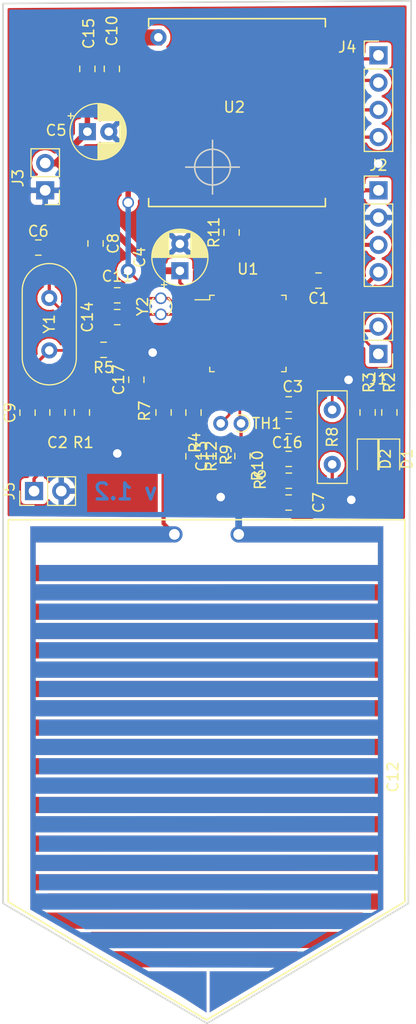
<source format=kicad_pcb>
(kicad_pcb (version 20171130) (host pcbnew 5.0.0-fee4fd1~66~ubuntu18.04.1)
  (layers (0 F.Cu signal) (31 B.Cu signal) (34 B.Paste user hide) (35 F.Paste user hide) (36 B.SilkS user) (37 F.SilkS user) (38 B.Mask user hide) (39 F.Mask user hide) (44 Edge.Cuts user))
  (net 0 "")
  (net 1 GND)
  (net 2 VCC)
  (net 3 /NRST)
  (net 4 /RCC_OSC_IN)
  (net 5 /ADC_RH)
  (net 6 "Net-(C9-Pad1)")
  (net 7 /RCC_OSC32_IN)
  (net 8 /ADC_TEMP)
  (net 9 /RCC_OSC32_OUT)
  (net 10 "Net-(D1-Pad1)")
  (net 11 "Net-(D2-Pad1)")
  (net 12 /UART_TX)
  (net 13 /UART_RX)
  (net 14 /SWDIO)
  (net 15 /SWCLK)
  (net 16 /userLED)
  (net 17 /SPI_MISO)
  (net 18 /RCC_OSC_OUT)
  (net 19 /PWR_MS)
  (net 20 /PWR_RH)
  (net 21 /PWR_TEMP)
  (net 22 /SPI_SCK)
  (net 23 /SPI_MOSI)
  (net 24 /SPI_CS)
  (net 25 /LoRa_Reset)
  (net 26 "Net-(U2-Pad1)")
  (net 27 "Net-(R11-Pad1)")
  (net 28 /COMP_P)
  (net 29 /COMP_M)
  (net 30 /PWR_MS_COMP)
  (net 31 /PWR_RH_COMP)
  (net 32 "Net-(U1-Pad13)")
  (net 33 "Net-(U1-Pad16)")
  (net 34 "Net-(U1-Pad18)")
  (net 35 "Net-(U1-Pad20)")
  (net 36 "Net-(U1-Pad26)")
  (net 37 "Net-(U1-Pad28)")
  (net 38 "Net-(U1-Pad32)")
  (net 39 "Net-(U1-Pad33)")
  (net 40 "Net-(U1-Pad38)")
  (net 41 "Net-(U1-Pad43)")
  (net 42 "Net-(U1-Pad45)")
  (net 43 "Net-(U1-Pad46)")
  (net 44 "Net-(U2-Pad5)")
  (net 45 "Net-(U2-Pad6)")
  (net 46 "Net-(U2-Pad7)")
  (net 47 "Net-(U2-Pad8)")
  (net 48 "Net-(U2-Pad10)")
  (net 49 "Net-(U2-Pad11)")
  (net 50 "Net-(U1-Pad22)")
  (net 51 "Net-(U1-Pad25)")
  (module Package_QFP:LQFP-48_7x7mm_P0.5mm (layer F.Cu) (at 126.492 58.166)
    (fp_text reference U1 (at 0 -6) (layer F.SilkS))
    (fp_text value STM32L051C8Tx)
    (pad 1 smd rect (at -4.35 -2.75) (size 1.3 0.25) (layers F.Cu F.Paste F.Mask) (net 2 VCC))
    (pad 2 smd rect (at -4.35 -2.25) (size 1.3 0.25) (layers F.Cu F.Paste F.Mask) (net 25 /LoRa_Reset))
    (pad 3 smd rect (at -4.35 -1.75) (size 1.3 0.25) (layers F.Cu F.Paste F.Mask) (net 7 /RCC_OSC32_IN))
    (pad 4 smd rect (at -4.35 -1.25) (size 1.3 0.25) (layers F.Cu F.Paste F.Mask) (net 9 /RCC_OSC32_OUT))
    (pad 5 smd rect (at -4.35 -0.75) (size 1.3 0.25) (layers F.Cu F.Paste F.Mask) (net 4 /RCC_OSC_IN))
    (pad 6 smd rect (at -4.35 -0.25) (size 1.3 0.25) (layers F.Cu F.Paste F.Mask) (net 18 /RCC_OSC_OUT))
    (pad 7 smd rect (at -4.35 0.25) (size 1.3 0.25) (layers F.Cu F.Paste F.Mask) (net 3 /NRST))
    (pad 8 smd rect (at -4.35 0.75) (size 1.3 0.25) (layers F.Cu F.Paste F.Mask) (net 1 GND))
    (pad 9 smd rect (at -4.35 1.25) (size 1.3 0.25) (layers F.Cu F.Paste F.Mask) (net 2 VCC))
    (pad 10 smd rect (at -4.35 1.75) (size 1.3 0.25) (layers F.Cu F.Paste F.Mask) (net 19 /PWR_MS))
    (pad 11 smd rect (at -4.35 2.25) (size 1.3 0.25) (layers F.Cu F.Paste F.Mask) (net 28 /COMP_P))
    (pad 12 smd rect (at -4.35 2.75) (size 1.3 0.25) (layers F.Cu F.Paste F.Mask) (net 30 /PWR_MS_COMP))
    (pad 13 smd rect (at -2.75 4.35 90) (size 1.3 0.25) (layers F.Cu F.Paste F.Mask) (net 32 "Net-(U1-Pad13)"))
    (pad 14 smd rect (at -2.25 4.35 90) (size 1.3 0.25) (layers F.Cu F.Paste F.Mask) (net 29 /COMP_M))
    (pad 15 smd rect (at -1.75 4.35 90) (size 1.3 0.25) (layers F.Cu F.Paste F.Mask) (net 21 /PWR_TEMP))
    (pad 16 smd rect (at -1.25 4.35 90) (size 1.3 0.25) (layers F.Cu F.Paste F.Mask) (net 33 "Net-(U1-Pad16)"))
    (pad 17 smd rect (at -0.75 4.35 90) (size 1.3 0.25) (layers F.Cu F.Paste F.Mask) (net 8 /ADC_TEMP))
    (pad 18 smd rect (at -0.25 4.35 90) (size 1.3 0.25) (layers F.Cu F.Paste F.Mask) (net 34 "Net-(U1-Pad18)"))
    (pad 19 smd rect (at 0.25 4.35 90) (size 1.3 0.25) (layers F.Cu F.Paste F.Mask) (net 5 /ADC_RH))
    (pad 20 smd rect (at 0.75 4.35 90) (size 1.3 0.25) (layers F.Cu F.Paste F.Mask) (net 35 "Net-(U1-Pad20)"))
    (pad 21 smd rect (at 1.25 4.35 90) (size 1.3 0.25) (layers F.Cu F.Paste F.Mask) (net 31 /PWR_RH_COMP))
    (pad 22 smd rect (at 1.75 4.35 90) (size 1.3 0.25) (layers F.Cu F.Paste F.Mask) (net 50 "Net-(U1-Pad22)"))
    (pad 23 smd rect (at 2.25 4.35 90) (size 1.3 0.25) (layers F.Cu F.Paste F.Mask) (net 1 GND))
    (pad 24 smd rect (at 2.75 4.35 90) (size 1.3 0.25) (layers F.Cu F.Paste F.Mask) (net 2 VCC))
    (pad 25 smd rect (at 4.35 2.75) (size 1.3 0.25) (layers F.Cu F.Paste F.Mask) (net 51 "Net-(U1-Pad25)"))
    (pad 26 smd rect (at 4.35 2.25) (size 1.3 0.25) (layers F.Cu F.Paste F.Mask) (net 36 "Net-(U1-Pad26)"))
    (pad 27 smd rect (at 4.35 1.75) (size 1.3 0.25) (layers F.Cu F.Paste F.Mask) (net 20 /PWR_RH))
    (pad 28 smd rect (at 4.35 1.25) (size 1.3 0.25) (layers F.Cu F.Paste F.Mask) (net 37 "Net-(U1-Pad28)"))
    (pad 29 smd rect (at 4.35 0.75) (size 1.3 0.25) (layers F.Cu F.Paste F.Mask) (net 16 /userLED))
    (pad 30 smd rect (at 4.35 0.25) (size 1.3 0.25) (layers F.Cu F.Paste F.Mask) (net 12 /UART_TX))
    (pad 31 smd rect (at 4.35 -0.25) (size 1.3 0.25) (layers F.Cu F.Paste F.Mask) (net 13 /UART_RX))
    (pad 32 smd rect (at 4.35 -0.75) (size 1.3 0.25) (layers F.Cu F.Paste F.Mask) (net 38 "Net-(U1-Pad32)"))
    (pad 33 smd rect (at 4.35 -1.25) (size 1.3 0.25) (layers F.Cu F.Paste F.Mask) (net 39 "Net-(U1-Pad33)"))
    (pad 34 smd rect (at 4.35 -1.75) (size 1.3 0.25) (layers F.Cu F.Paste F.Mask) (net 14 /SWDIO))
    (pad 35 smd rect (at 4.35 -2.25) (size 1.3 0.25) (layers F.Cu F.Paste F.Mask) (net 1 GND))
    (pad 36 smd rect (at 4.35 -2.75) (size 1.3 0.25) (layers F.Cu F.Paste F.Mask) (net 2 VCC))
    (pad 37 smd rect (at 2.75 -4.35 90) (size 1.3 0.25) (layers F.Cu F.Paste F.Mask) (net 15 /SWCLK))
    (pad 38 smd rect (at 2.25 -4.35 90) (size 1.3 0.25) (layers F.Cu F.Paste F.Mask) (net 40 "Net-(U1-Pad38)"))
    (pad 39 smd rect (at 1.75 -4.35 90) (size 1.3 0.25) (layers F.Cu F.Paste F.Mask) (net 22 /SPI_SCK))
    (pad 40 smd rect (at 1.25 -4.35 90) (size 1.3 0.25) (layers F.Cu F.Paste F.Mask) (net 17 /SPI_MISO))
    (pad 41 smd rect (at 0.75 -4.35 90) (size 1.3 0.25) (layers F.Cu F.Paste F.Mask) (net 23 /SPI_MOSI))
    (pad 42 smd rect (at 0.25 -4.35 90) (size 1.3 0.25) (layers F.Cu F.Paste F.Mask) (net 24 /SPI_CS))
    (pad 43 smd rect (at -0.25 -4.35 90) (size 1.3 0.25) (layers F.Cu F.Paste F.Mask) (net 41 "Net-(U1-Pad43)"))
    (pad 44 smd rect (at -0.75 -4.35 90) (size 1.3 0.25) (layers F.Cu F.Paste F.Mask) (net 27 "Net-(R11-Pad1)"))
    (pad 45 smd rect (at -1.25 -4.35 90) (size 1.3 0.25) (layers F.Cu F.Paste F.Mask) (net 42 "Net-(U1-Pad45)"))
    (pad 46 smd rect (at -1.75 -4.35 90) (size 1.3 0.25) (layers F.Cu F.Paste F.Mask) (net 43 "Net-(U1-Pad46)"))
    (pad 47 smd rect (at -2.25 -4.35 90) (size 1.3 0.25) (layers F.Cu F.Paste F.Mask) (net 1 GND))
    (pad 48 smd rect (at -2.75 -4.35 90) (size 1.3 0.25) (layers F.Cu F.Paste F.Mask) (net 2 VCC))
  )
  (module "TCC:Moisture Sensor" (layer F.Cu) (at 121.031 100.711 90)
    (fp_text reference C12 (at 1.23 19 90) (layer F.SilkS))
    (fp_text value C_Variable)
    (fp_poly (pts (xy -16.87 8.32) (xy -20.69 1.9) (xy -16.87 1.9)) (layer B.Cu) (width 0.01))
    (fp_poly (pts (xy -19.3 -0.6) (xy -20.71 1.59) (xy -16.88 1.59) (xy -16.87 -4.76)) (layer B.Cu) (width 0.01))
    (fp_poly (pts (xy -16.53 8.45) (xy -15.03 11.04) (xy -15 -6.24) (xy -16.5 -3.63)) (layer B.Cu) (width 0.01))
    (fp_poly (pts (xy -12.93 14.75) (xy -11.43 17.34) (xy -11.45 -12.36) (xy -12.95 -9.75)) (layer B.Cu) (width 0.01))
    (fp_poly (pts (xy -14.72 10.33) (xy -13.22 12.87) (xy -13.23 -10.46) (xy -14.72 -7.99)) (layer B.Cu) (width 0.01))
    (fp_poly (pts (xy -10.61 -14.85) (xy -11.11 -14.85) (xy -11.12 -14.84) (xy -10.82 -14.34) (xy -10.61 -14.35)) (layer B.Cu) (width 0.01))
    (fp_poly (pts (xy -10.82 -14.35) (xy -11.12 -14.84) (xy -19.52 -0.2) (xy -19.12 0.1)) (layer B.Cu) (width 0.01))
    (fp_poly (pts (xy -11.11 17.59) (xy -11.11 18.09) (xy -19.51 3.89) (xy -19.01 3.59)) (layer B.Cu) (width 0.01))
    (fp_poly (pts (xy -9.33 17.6) (xy -7.83 17.6) (xy -7.83 -14.04) (xy -9.33 -14.04)) (layer B.Cu) (width 0.01))
    (fp_poly (pts (xy -5.73 17.6) (xy -4.23 17.6) (xy -4.23 -14.04) (xy -5.73 -14.04)) (layer B.Cu) (width 0.01))
    (fp_poly (pts (xy -2.13 17.6) (xy -0.63 17.6) (xy -0.63 -14.04) (xy -2.13 -14.04)) (layer B.Cu) (width 0.01))
    (fp_poly (pts (xy 1.48 17.6) (xy 2.98 17.6) (xy 2.98 -14.04) (xy 1.48 -14.04)) (layer B.Cu) (width 0.01))
    (fp_poly (pts (xy 5.08 17.6) (xy 6.58 17.6) (xy 6.58 -14.04) (xy 5.08 -14.04)) (layer B.Cu) (width 0.01))
    (fp_poly (pts (xy 8.68 17.6) (xy 10.18 17.6) (xy 10.18 -14.04) (xy 8.68 -14.04)) (layer B.Cu) (width 0.01))
    (fp_poly (pts (xy 12.28 17.6) (xy 13.78 17.6) (xy 13.78 -14.04) (xy 12.28 -14.04)) (layer B.Cu) (width 0.01))
    (fp_poly (pts (xy 15.88 17.6) (xy 17.38 17.6) (xy 17.38 -14.04) (xy 15.88 -14.04)) (layer B.Cu) (width 0.01))
    (fp_poly (pts (xy 19.48 17.6) (xy 20.98 17.6) (xy 20.98 -14.04) (xy 19.48 -14.04)) (layer B.Cu) (width 0.01))
    (fp_poly (pts (xy -11.11 16.96) (xy -9.61 16.96) (xy -9.62 -14.35) (xy -11.12 -14.35)) (layer B.Cu) (width 0.01))
    (fp_poly (pts (xy -7.51 17.3) (xy -6.01 17.3) (xy -6.02 -14.35) (xy -7.52 -14.35)) (layer B.Cu) (width 0.01))
    (fp_poly (pts (xy -3.91 17.29) (xy -2.41 17.29) (xy -2.42 -14.35) (xy -3.92 -14.35)) (layer B.Cu) (width 0.01))
    (fp_poly (pts (xy -0.32 17.3) (xy 1.18 17.3) (xy 1.18 -14.35) (xy -0.32 -14.35)) (layer B.Cu) (width 0.01))
    (fp_poly (pts (xy 3.28 17.3) (xy 4.78 17.3) (xy 4.78 -14.35) (xy 3.28 -14.35)) (layer B.Cu) (width 0.01))
    (fp_poly (pts (xy 6.88 17.3) (xy 8.38 17.3) (xy 8.38 -14.35) (xy 6.88 -14.35)) (layer B.Cu) (width 0.01))
    (fp_poly (pts (xy 10.48 17.3) (xy 11.98 17.3) (xy 11.98 -14.35) (xy 10.48 -14.35)) (layer B.Cu) (width 0.01))
    (fp_poly (pts (xy 14.08 17.3) (xy 15.58 17.3) (xy 15.58 -14.35) (xy 14.08 -14.35)) (layer B.Cu) (width 0.01))
    (fp_poly (pts (xy 17.69 17.3) (xy 19.19 17.3) (xy 19.18 -14.35) (xy 17.68 -14.35)) (layer B.Cu) (width 0.01))
    (fp_poly (pts (xy -10.61 -14.35) (xy 23.08 -14.35) (xy 23.08 -14.85) (xy -10.61 -14.85)) (layer B.Cu) (width 0.01))
    (fp_poly (pts (xy -11.13 18.1) (xy 23.08 18.1) (xy 23.08 17.6) (xy -11.13 17.6)) (layer B.Cu) (width 0.01))
    (fp_poly (pts (xy 23.08 18.1) (xy 24.58 18.1) (xy 24.58 4.55) (xy 23.08 4.55)) (layer B.Cu) (width 0.01))
    (fp_poly (pts (xy 23.08 -1.4) (xy 24.58 -1.4) (xy 24.58 -14.85) (xy 23.08 -14.85)) (layer F.Cu) (width 0.01))
    (fp_poly (pts (xy -19.3 -0.6) (xy -20.71 1.59) (xy -16.88 1.59) (xy -16.87 -4.76)) (layer F.Cu) (width 0.01))
    (fp_poly (pts (xy -16.87 8.32) (xy -20.69 1.9) (xy -16.87 1.9)) (layer F.Cu) (width 0.01))
    (fp_poly (pts (xy -16.5 7.4) (xy -15 10.1) (xy -15 -7.6) (xy -16.5 -5.1)) (layer F.Cu) (width 0.01))
    (fp_poly (pts (xy -12.9 13.5) (xy -11.4 16.2) (xy -11.4 -13.8) (xy -12.9 -11.3)) (layer F.Cu) (width 0.01))
    (fp_poly (pts (xy -10.82 -14.35) (xy -10.61 -14.35) (xy -10.61 -14.85) (xy -11.12 -14.85) (xy -11.13 -14.83)) (layer F.Cu) (width 0.01))
    (fp_poly (pts (xy -10.82 -14.35) (xy -11.12 -14.84) (xy -19.52 -0.2) (xy -19.12 0.1)) (layer F.Cu) (width 0.01))
    (fp_poly (pts (xy -11.1 17.6) (xy -11.1 18.1) (xy -19.5 3.9) (xy -19 3.6)) (layer F.Cu) (width 0.01))
    (fp_poly (pts (xy -14.7 11.7) (xy -13.2 14.2) (xy -13.2 -9.2) (xy -14.7 -6.61)) (layer F.Cu) (width 0.01))
    (fp_poly (pts (xy -9.32 17.3) (xy -7.82 17.3) (xy -7.82 -14.35) (xy -9.32 -14.35)) (layer F.Cu) (width 0.01))
    (fp_poly (pts (xy -11.12 17.69) (xy -9.62 17.69) (xy -9.61 -13.19) (xy -11.08 -13.19)) (layer F.Cu) (width 0.01))
    (fp_poly (pts (xy -7.52 17.69) (xy -6.02 17.69) (xy -6.02 -14.06) (xy -7.52 -14.06)) (layer F.Cu) (width 0.01))
    (fp_poly (pts (xy -3.92 17.69) (xy -2.42 17.69) (xy -2.42 -14.06) (xy -3.92 -14.06)) (layer F.Cu) (width 0.01))
    (fp_poly (pts (xy -0.32 17.69) (xy 1.18 17.69) (xy 1.18 -14.06) (xy -0.32 -14.06)) (layer F.Cu) (width 0.01))
    (fp_poly (pts (xy 3.28 17.69) (xy 4.78 17.69) (xy 4.78 -14.06) (xy 3.28 -14.06)) (layer F.Cu) (width 0.01))
    (fp_poly (pts (xy 23.08 -1.4) (xy 24.58 -1.4) (xy 24.58 -14.85) (xy 23.08 -14.85)) (layer B.Cu) (width 0.01))
    (fp_poly (pts (xy 23.08 18.1) (xy 24.58 18.1) (xy 24.58 4.55) (xy 23.08 4.55)) (layer F.Cu) (width 0.01))
    (fp_poly (pts (xy -10.61 -14.35) (xy 23.08 -14.35) (xy 23.08 -14.85) (xy -10.61 -14.85)) (layer F.Cu) (width 0.01))
    (fp_poly (pts (xy -11.13 18.1) (xy 23.08 18.1) (xy 23.08 17.6) (xy -11.13 17.6)) (layer F.Cu) (width 0.01))
    (fp_poly (pts (xy 17.68 17.7) (xy 19.18 17.7) (xy 19.18 -14.05) (xy 17.68 -14.05)) (layer F.Cu) (width 0.01))
    (fp_poly (pts (xy 19.48 17.3) (xy 20.98 17.3) (xy 20.98 -14.35) (xy 19.48 -14.35)) (layer F.Cu) (width 0.01))
    (fp_poly (pts (xy 14.08 17.7) (xy 15.58 17.7) (xy 15.58 -14.05) (xy 14.08 -14.05)) (layer F.Cu) (width 0.01))
    (fp_poly (pts (xy 10.48 17.7) (xy 11.98 17.7) (xy 11.98 -14.05) (xy 10.48 -14.05)) (layer F.Cu) (width 0.01))
    (fp_poly (pts (xy 6.88 17.7) (xy 8.38 17.7) (xy 8.38 -14.05) (xy 6.88 -14.05)) (layer F.Cu) (width 0.01))
    (fp_poly (pts (xy 15.88 17.3) (xy 17.38 17.3) (xy 17.38 -14.35) (xy 15.88 -14.35)) (layer F.Cu) (width 0.01))
    (fp_poly (pts (xy 12.28 17.3) (xy 13.78 17.3) (xy 13.78 -14.35) (xy 12.28 -14.35)) (layer F.Cu) (width 0.01))
    (fp_poly (pts (xy 8.68 17.3) (xy 10.18 17.3) (xy 10.18 -14.35) (xy 8.68 -14.35)) (layer F.Cu) (width 0.01))
    (fp_poly (pts (xy 5.08 17.3) (xy 6.58 17.3) (xy 6.58 -14.35) (xy 5.08 -14.35)) (layer F.Cu) (width 0.01))
    (fp_poly (pts (xy 1.48 17.3) (xy 2.98 17.3) (xy 2.98 -14.35) (xy 1.48 -14.35)) (layer F.Cu) (width 0.01))
    (fp_poly (pts (xy -2.12 17.3) (xy -0.62 17.3) (xy -0.62 -14.35) (xy -2.12 -14.35)) (layer F.Cu) (width 0.01))
    (fp_poly (pts (xy -5.72 17.3) (xy -4.22 17.3) (xy -4.22 -14.35) (xy -5.72 -14.35)) (layer F.Cu) (width 0.01))
    (pad 2 thru_hole circle (at 23.83 4.6 90) (size 1.524 1.524) (drill 1) (layers *.Cu *.Mask) (net 1 GND))
    (pad 1 thru_hole circle (at 23.83 -1.4 90) (size 1.524 1.524) (drill 1) (layers *.Cu *.Mask) (net 28 /COMP_P))
  )
  (module TCC:Ai-Thinker-Ra-01-LoRa (layer F.Cu) (at 125.476 37.592)
    (fp_text reference U2 (at -0.254 -0.508) (layer F.SilkS))
    (fp_text value Ai-Thinker-Ra-01)
    (pad 1 thru_hole circle (at -7.3406 -7.0104) (size 1.524 1.524) (drill 0.8) (layers *.Cu *.Mask) (net 26 "Net-(U2-Pad1)"))
    (pad 1 smd rect (at -8.001 -7) (size 2 1.5) (layers F.Cu F.Paste F.Mask) (net 26 "Net-(U2-Pad1)"))
    (pad 2 smd rect (at -8 -5) (size 2 1.5) (layers F.Cu F.Paste F.Mask) (net 1 GND))
    (pad 3 smd rect (at -8 -3) (size 2 1.5) (layers F.Cu F.Paste F.Mask) (net 2 VCC))
    (pad 4 smd rect (at -8 -1) (size 2 1.5) (layers F.Cu F.Paste F.Mask) (net 25 /LoRa_Reset))
    (pad 5 smd rect (at -8 1) (size 2 1.5) (layers F.Cu F.Paste F.Mask) (net 44 "Net-(U2-Pad5)"))
    (pad 6 smd rect (at -8 3) (size 2 1.5) (layers F.Cu F.Paste F.Mask) (net 45 "Net-(U2-Pad6)"))
    (pad 7 smd rect (at -8 5) (size 2 1.5) (layers F.Cu F.Paste F.Mask) (net 46 "Net-(U2-Pad7)"))
    (pad 8 smd rect (at -8 7) (size 2 1.5) (layers F.Cu F.Paste F.Mask) (net 47 "Net-(U2-Pad8)"))
    (pad 9 smd rect (at 8 7) (size 2 1.5) (layers F.Cu F.Paste F.Mask) (net 1 GND))
    (pad 10 smd rect (at 8 5) (size 2 1.5) (layers F.Cu F.Paste F.Mask) (net 48 "Net-(U2-Pad10)"))
    (pad 11 smd rect (at 8 3) (size 2 1.5) (layers F.Cu F.Paste F.Mask) (net 49 "Net-(U2-Pad11)"))
    (pad 12 smd rect (at 8 1) (size 2 1.5) (layers F.Cu F.Paste F.Mask) (net 22 /SPI_SCK))
    (pad 13 smd rect (at 8 -1) (size 2 1.5) (layers F.Cu F.Paste F.Mask) (net 17 /SPI_MISO))
    (pad 14 smd rect (at 8 -3) (size 2 1.5) (layers F.Cu F.Paste F.Mask) (net 23 /SPI_MOSI))
    (pad 15 smd rect (at 8 -5) (size 2 1.5) (layers F.Cu F.Paste F.Mask) (net 24 /SPI_CS))
    (pad 16 smd rect (at 8 -7) (size 2 1.5) (layers F.Cu F.Paste F.Mask) (net 1 GND))
  )
  (module Capacitor_SMD:C_0805_2012Metric_Pad1.15x1.40mm_HandSolder (layer F.Cu) (at 130.302 66.802 180)
    (fp_text reference C16 (at 0.136 -1.524 180) (layer F.SilkS))
    (fp_text value 470n)
    (pad 1 smd roundrect (at -1.025 0 180) (size 1.15 1.4) (layers F.Cu F.Paste F.Mask) (roundrect_rratio 0.217391) (net 2 VCC))
    (pad 2 smd roundrect (at 1.025 0 180) (size 1.15 1.4) (layers F.Cu F.Paste F.Mask) (roundrect_rratio 0.217391) (net 1 GND))
  )
  (module Crystal:Crystal_Round_D1.0mm_Vertical (layer F.Cu) (at 118.364 56.388 90)
    (fp_text reference Y2 (at 0.75 -1.7 90) (layer F.SilkS))
    (fp_text value "32.768 kHz")
    (pad 1 thru_hole circle (at 0 0 90) (size 1.1 1.1) (drill 0.8) (layers *.Cu *.Mask) (net 9 /RCC_OSC32_OUT))
    (pad 2 thru_hole circle (at 1.5 0 90) (size 1.1 1.1) (drill 0.8) (layers *.Cu *.Mask) (net 7 /RCC_OSC32_IN))
  )
  (module Resistor_THT:R_Axial_DIN0204_L3.6mm_D1.6mm_P1.90mm_Vertical (layer F.Cu) (at 125.852 66.548 180)
    (fp_text reference TH1 (at -2.408 0 180) (layer F.SilkS))
    (fp_text value Thermistor)
    (pad 1 thru_hole circle (at 0 0 180) (size 1.4 1.4) (drill 0.8) (layers *.Cu *.Mask) (net 8 /ADC_TEMP))
    (pad 2 thru_hole oval (at 1.9 0 180) (size 1.4 1.4) (drill 0.8) (layers *.Cu *.Mask) (net 21 /PWR_TEMP))
  )
  (module Capacitor_SMD:C_0805_2012Metric_Pad1.15x1.40mm_HandSolder (layer F.Cu) (at 133.087 53.2384 180)
    (fp_text reference C1 (at 0 -1.65 180) (layer F.SilkS))
    (fp_text value 100n)
    (pad 2 smd roundrect (at 1.025 0 180) (size 1.15 1.4) (layers F.Cu F.Paste F.Mask) (roundrect_rratio 0.217391) (net 1 GND))
    (pad 1 smd roundrect (at -1.025 0 180) (size 1.15 1.4) (layers F.Cu F.Paste F.Mask) (roundrect_rratio 0.217391) (net 2 VCC))
  )
  (module Capacitor_SMD:C_0805_2012Metric_Pad1.15x1.40mm_HandSolder (layer F.Cu) (at 108.712 65.523 270)
    (fp_text reference C2 (at 2.803 0) (layer F.SilkS))
    (fp_text value 100n)
    (pad 1 smd roundrect (at -1.025 0 270) (size 1.15 1.4) (layers F.Cu F.Paste F.Mask) (roundrect_rratio 0.217391) (net 3 /NRST))
    (pad 2 smd roundrect (at 1.025 0 270) (size 1.15 1.4) (layers F.Cu F.Paste F.Mask) (roundrect_rratio 0.217391) (net 1 GND))
  )
  (module Capacitor_SMD:C_0805_2012Metric_Pad1.15x1.40mm_HandSolder (layer F.Cu) (at 130.302 64.77 180)
    (fp_text reference C3 (at -0.381 1.651 180) (layer F.SilkS))
    (fp_text value 100n)
    (pad 1 smd roundrect (at -1.025 0 180) (size 1.15 1.4) (layers F.Cu F.Paste F.Mask) (roundrect_rratio 0.217391) (net 2 VCC))
    (pad 2 smd roundrect (at 1.025 0 180) (size 1.15 1.4) (layers F.Cu F.Paste F.Mask) (roundrect_rratio 0.217391) (net 1 GND))
  )
  (module Capacitor_THT:CP_Radial_D5.0mm_P2.50mm (layer F.Cu) (at 120.142 52.324 90)
    (fp_text reference C4 (at 1.25 -3.75 90) (layer F.SilkS))
    (fp_text value 10u)
    (pad 1 thru_hole rect (at 0 0 90) (size 1.6 1.6) (drill 0.8) (layers *.Cu *.Mask) (net 2 VCC))
    (pad 2 thru_hole circle (at 2.5 0 90) (size 1.6 1.6) (drill 0.8) (layers *.Cu *.Mask) (net 1 GND))
  )
  (module Capacitor_THT:CP_Radial_D5.0mm_P2.00mm (layer F.Cu) (at 111.506 39.37)
    (fp_text reference C5 (at -2.921 -0.127) (layer F.SilkS))
    (fp_text value 1u)
    (pad 1 thru_hole rect (at 0 0) (size 1.6 1.6) (drill 0.8) (layers *.Cu *.Mask) (net 2 VCC))
    (pad 2 thru_hole circle (at 2 0) (size 1.6 1.6) (drill 0.8) (layers *.Cu *.Mask) (net 1 GND))
  )
  (module Capacitor_SMD:C_0805_2012Metric_Pad1.15x1.40mm_HandSolder (layer F.Cu) (at 106.925 50.165 180)
    (fp_text reference C6 (at 0 1.524 180) (layer F.SilkS))
    (fp_text value 20p)
    (pad 1 smd roundrect (at -1.025 0 180) (size 1.15 1.4) (layers F.Cu F.Paste F.Mask) (roundrect_rratio 0.217391) (net 4 /RCC_OSC_IN))
    (pad 2 smd roundrect (at 1.025 0 180) (size 1.15 1.4) (layers F.Cu F.Paste F.Mask) (roundrect_rratio 0.217391) (net 1 GND))
  )
  (module Capacitor_SMD:C_0805_2012Metric_Pad1.15x1.40mm_HandSolder (layer F.Cu) (at 130.293 73.914)
    (fp_text reference C7 (at 2.803 0 -270) (layer F.SilkS))
    (fp_text value 10n)
    (pad 2 smd roundrect (at 1.025 0) (size 1.15 1.4) (layers F.Cu F.Paste F.Mask) (roundrect_rratio 0.217391) (net 1 GND))
    (pad 1 smd roundrect (at -1.025 0) (size 1.15 1.4) (layers F.Cu F.Paste F.Mask) (roundrect_rratio 0.217391) (net 5 /ADC_RH))
  )
  (module Capacitor_SMD:C_0805_2012Metric_Pad1.15x1.40mm_HandSolder (layer F.Cu) (at 112.268 49.784 270)
    (fp_text reference C8 (at 0 -1.65 270) (layer F.SilkS))
    (fp_text value 100n)
    (pad 2 smd roundrect (at 1.025 0 270) (size 1.15 1.4) (layers F.Cu F.Paste F.Mask) (roundrect_rratio 0.217391) (net 1 GND))
    (pad 1 smd roundrect (at -1.025 0 270) (size 1.15 1.4) (layers F.Cu F.Paste F.Mask) (roundrect_rratio 0.217391) (net 2 VCC))
  )
  (module Capacitor_SMD:C_0805_2012Metric_Pad1.15x1.40mm_HandSolder (layer F.Cu) (at 105.918 65.541 270)
    (fp_text reference C9 (at 0.009 1.651 270) (layer F.SilkS))
    (fp_text value 20p)
    (pad 2 smd roundrect (at 1.025 0 270) (size 1.15 1.4) (layers F.Cu F.Paste F.Mask) (roundrect_rratio 0.217391) (net 1 GND))
    (pad 1 smd roundrect (at -1.025 0 270) (size 1.15 1.4) (layers F.Cu F.Paste F.Mask) (roundrect_rratio 0.217391) (net 6 "Net-(C9-Pad1)"))
  )
  (module Capacitor_SMD:C_0805_2012Metric_Pad1.15x1.40mm_HandSolder (layer F.Cu) (at 114.291 54.61 180)
    (fp_text reference C11 (at 0 1.778 180) (layer F.SilkS))
    (fp_text value 10p)
    (pad 2 smd roundrect (at 1.025 0 180) (size 1.15 1.4) (layers F.Cu F.Paste F.Mask) (roundrect_rratio 0.217391) (net 1 GND))
    (pad 1 smd roundrect (at -1.025 0 180) (size 1.15 1.4) (layers F.Cu F.Paste F.Mask) (roundrect_rratio 0.217391) (net 7 /RCC_OSC32_IN))
  )
  (module Capacitor_SMD:C_0805_2012Metric_Pad1.15x1.40mm_HandSolder (layer F.Cu) (at 123.952 69.605 270)
    (fp_text reference C13 (at -0.009 1.778 270) (layer F.SilkS))
    (fp_text value 10n)
    (pad 2 smd roundrect (at 1.025 0 270) (size 1.15 1.4) (layers F.Cu F.Paste F.Mask) (roundrect_rratio 0.217391) (net 1 GND))
    (pad 1 smd roundrect (at -1.025 0 270) (size 1.15 1.4) (layers F.Cu F.Paste F.Mask) (roundrect_rratio 0.217391) (net 8 /ADC_TEMP))
  )
  (module Capacitor_SMD:C_0805_2012Metric_Pad1.15x1.40mm_HandSolder (layer F.Cu) (at 114.291 56.642 180)
    (fp_text reference C14 (at 2.785 0 270) (layer F.SilkS))
    (fp_text value 10p)
    (pad 1 smd roundrect (at -1.025 0 180) (size 1.15 1.4) (layers F.Cu F.Paste F.Mask) (roundrect_rratio 0.217391) (net 9 /RCC_OSC32_OUT))
    (pad 2 smd roundrect (at 1.025 0 180) (size 1.15 1.4) (layers F.Cu F.Paste F.Mask) (roundrect_rratio 0.217391) (net 1 GND))
  )
  (module Capacitor_SMD:C_0805_2012Metric_Pad1.15x1.40mm_HandSolder (layer F.Cu) (at 111.506 33.519 90)
    (fp_text reference C15 (at 3.293 0.127 90) (layer F.SilkS))
    (fp_text value 100n)
    (pad 1 smd roundrect (at -1.025 0 90) (size 1.15 1.4) (layers F.Cu F.Paste F.Mask) (roundrect_rratio 0.217391) (net 2 VCC))
    (pad 2 smd roundrect (at 1.025 0 90) (size 1.15 1.4) (layers F.Cu F.Paste F.Mask) (roundrect_rratio 0.217391) (net 1 GND))
  )
  (module LED_SMD:LED_0805_2012Metric_Pad1.15x1.40mm_HandSolder (layer F.Cu) (at 139.7 69.859 270)
    (fp_text reference D1 (at 0 -1.65 270) (layer F.SilkS))
    (fp_text value LED)
    (pad 2 smd roundrect (at 1.025 0 270) (size 1.15 1.4) (layers F.Cu F.Paste F.Mask) (roundrect_rratio 0.217391) (net 2 VCC))
    (pad 1 smd roundrect (at -1.025 0 270) (size 1.15 1.4) (layers F.Cu F.Paste F.Mask) (roundrect_rratio 0.217391) (net 10 "Net-(D1-Pad1)"))
  )
  (module LED_SMD:LED_0805_2012Metric_Pad1.15x1.40mm_HandSolder (layer F.Cu) (at 137.668 69.859 270)
    (fp_text reference D2 (at 0 -1.65 270) (layer F.SilkS))
    (fp_text value LED)
    (pad 1 smd roundrect (at -1.025 0 270) (size 1.15 1.4) (layers F.Cu F.Paste F.Mask) (roundrect_rratio 0.217391) (net 11 "Net-(D2-Pad1)"))
    (pad 2 smd roundrect (at 1.025 0 270) (size 1.15 1.4) (layers F.Cu F.Paste F.Mask) (roundrect_rratio 0.217391) (net 2 VCC))
  )
  (module Resistor_SMD:R_0805_2012Metric_Pad1.15x1.40mm_HandSolder (layer F.Cu) (at 110.998 65.523 90)
    (fp_text reference R1 (at -2.803 0.127 180) (layer F.SilkS))
    (fp_text value 10k)
    (pad 1 smd roundrect (at -1.025 0 90) (size 1.15 1.4) (layers F.Cu F.Paste F.Mask) (roundrect_rratio 0.217391) (net 2 VCC))
    (pad 2 smd roundrect (at 1.025 0 90) (size 1.15 1.4) (layers F.Cu F.Paste F.Mask) (roundrect_rratio 0.217391) (net 3 /NRST))
  )
  (module Resistor_SMD:R_0805_2012Metric_Pad1.15x1.40mm_HandSolder (layer F.Cu) (at 139.7 65.523 270)
    (fp_text reference R2 (at -2.785 0 270) (layer F.SilkS))
    (fp_text value 330)
    (pad 2 smd roundrect (at 1.025 0 270) (size 1.15 1.4) (layers F.Cu F.Paste F.Mask) (roundrect_rratio 0.217391) (net 10 "Net-(D1-Pad1)"))
    (pad 1 smd roundrect (at -1.025 0 270) (size 1.15 1.4) (layers F.Cu F.Paste F.Mask) (roundrect_rratio 0.217391) (net 16 /userLED))
  )
  (module Resistor_SMD:R_0805_2012Metric_Pad1.15x1.40mm_HandSolder (layer F.Cu) (at 137.668 65.523 270)
    (fp_text reference R3 (at -2.785 -0.127 270) (layer F.SilkS))
    (fp_text value 330)
    (pad 1 smd roundrect (at -1.025 0 270) (size 1.15 1.4) (layers F.Cu F.Paste F.Mask) (roundrect_rratio 0.217391) (net 1 GND))
    (pad 2 smd roundrect (at 1.025 0 270) (size 1.15 1.4) (layers F.Cu F.Paste F.Mask) (roundrect_rratio 0.217391) (net 11 "Net-(D2-Pad1)"))
  )
  (module Resistor_SMD:R_0805_2012Metric_Pad1.15x1.40mm_HandSolder (layer F.Cu) (at 121.412 65.532 270)
    (fp_text reference R4 (at 2.794 -0.127 270) (layer F.SilkS))
    (fp_text value 22k)
    (pad 2 smd roundrect (at 1.025 0 270) (size 1.15 1.4) (layers F.Cu F.Paste F.Mask) (roundrect_rratio 0.217391) (net 29 /COMP_M))
    (pad 1 smd roundrect (at -1.025 0 270) (size 1.15 1.4) (layers F.Cu F.Paste F.Mask) (roundrect_rratio 0.217391) (net 30 /PWR_MS_COMP))
  )
  (module Resistor_SMD:R_0805_2012Metric_Pad1.15x1.40mm_HandSolder (layer F.Cu) (at 113.021 59.69 180)
    (fp_text reference R5 (at 0 -1.65 180) (layer F.SilkS))
    (fp_text value 390)
    (pad 1 smd roundrect (at -1.025 0 180) (size 1.15 1.4) (layers F.Cu F.Paste F.Mask) (roundrect_rratio 0.217391) (net 18 /RCC_OSC_OUT))
    (pad 2 smd roundrect (at 1.025 0 180) (size 1.15 1.4) (layers F.Cu F.Paste F.Mask) (roundrect_rratio 0.217391) (net 6 "Net-(C9-Pad1)"))
  )
  (module Resistor_SMD:R_0805_2012Metric_Pad1.15x1.40mm_HandSolder (layer F.Cu) (at 130.311 71.882)
    (fp_text reference R6 (at -2.667 -0.127 90) (layer F.SilkS))
    (fp_text value 47k)
    (pad 2 smd roundrect (at 1.025 0) (size 1.15 1.4) (layers F.Cu F.Paste F.Mask) (roundrect_rratio 0.217391) (net 1 GND))
    (pad 1 smd roundrect (at -1.025 0) (size 1.15 1.4) (layers F.Cu F.Paste F.Mask) (roundrect_rratio 0.217391) (net 5 /ADC_RH))
  )
  (module Resistor_SMD:R_0805_2012Metric_Pad1.15x1.40mm_HandSolder (layer F.Cu) (at 118.618 65.523 90)
    (fp_text reference R7 (at 0.136 -1.778 90) (layer F.SilkS))
    (fp_text value 10k)
    (pad 1 smd roundrect (at -1.025 0 90) (size 1.15 1.4) (layers F.Cu F.Paste F.Mask) (roundrect_rratio 0.217391) (net 28 /COMP_P))
    (pad 2 smd roundrect (at 1.025 0 90) (size 1.15 1.4) (layers F.Cu F.Paste F.Mask) (roundrect_rratio 0.217391) (net 19 /PWR_MS))
  )
  (module Resistor_THT:R_Box_L8.4mm_W2.5mm_P5.08mm (layer F.Cu) (at 134.366 65.278 270)
    (fp_text reference R8 (at 2.54 0 270) (layer F.SilkS))
    (fp_text value HR202)
    (pad 1 thru_hole circle (at 0 0 270) (size 1.6 1.6) (drill 0.8) (layers *.Cu *.Mask) (net 20 /PWR_RH))
    (pad 2 thru_hole circle (at 5.08 0 270) (size 1.6 1.6) (drill 0.8) (layers *.Cu *.Mask) (net 5 /ADC_RH))
  )
  (module Resistor_SMD:R_0805_2012Metric_Pad1.15x1.40mm_HandSolder (layer F.Cu) (at 125.984 69.587 270)
    (fp_text reference R9 (at -0.118 1.524 270) (layer F.SilkS))
    (fp_text value 10k)
    (pad 2 smd roundrect (at 1.025 0 270) (size 1.15 1.4) (layers F.Cu F.Paste F.Mask) (roundrect_rratio 0.217391) (net 1 GND))
    (pad 1 smd roundrect (at -1.025 0 270) (size 1.15 1.4) (layers F.Cu F.Paste F.Mask) (roundrect_rratio 0.217391) (net 8 /ADC_TEMP))
  )
  (module Resistor_SMD:R_0805_2012Metric_Pad1.15x1.40mm_HandSolder (layer F.Cu) (at 130.302 69.85 180)
    (fp_text reference R10 (at 2.912 -0.635 -90) (layer F.SilkS))
    (fp_text value 47k)
    (pad 1 smd roundrect (at -1.025 0 180) (size 1.15 1.4) (layers F.Cu F.Paste F.Mask) (roundrect_rratio 0.217391) (net 31 /PWR_RH_COMP))
    (pad 2 smd roundrect (at 1.025 0 180) (size 1.15 1.4) (layers F.Cu F.Paste F.Mask) (roundrect_rratio 0.217391) (net 5 /ADC_RH))
  )
  (module Crystal:Crystal_HC49-U_Vertical (layer F.Cu) (at 107.95 54.864 270)
    (fp_text reference Y1 (at 2.413 0 270) (layer F.SilkS))
    (fp_text value "8 MHz")
    (pad 1 thru_hole circle (at 0 0 270) (size 1.5 1.5) (drill 0.8) (layers *.Cu *.Mask) (net 4 /RCC_OSC_IN))
    (pad 2 thru_hole circle (at 4.88 0 270) (size 1.5 1.5) (drill 0.8) (layers *.Cu *.Mask) (net 6 "Net-(C9-Pad1)"))
  )
  (module Capacitor_SMD:C_0805_2012Metric_Pad1.15x1.40mm_HandSolder (layer F.Cu) (at 113.792 33.519 90)
    (fp_text reference C10 (at 3.547 0 90) (layer F.SilkS))
    (fp_text value 660n)
    (pad 1 smd roundrect (at -1.025 0 90) (size 1.15 1.4) (layers F.Cu F.Paste F.Mask) (roundrect_rratio 0.217391) (net 2 VCC))
    (pad 2 smd roundrect (at 1.025 0 90) (size 1.15 1.4) (layers F.Cu F.Paste F.Mask) (roundrect_rratio 0.217391) (net 1 GND))
  )
  (module Connector_PinHeader_2.54mm:PinHeader_1x02_P2.54mm_Vertical (layer F.Cu) (at 138.6713 60.071 180)
    (fp_text reference J1 (at 0 -2.33 180) (layer F.SilkS))
    (fp_text value Screw_Terminal_01x02)
    (pad 2 thru_hole oval (at 0 2.54 180) (size 1.7 1.7) (drill 1) (layers *.Cu *.Mask) (net 13 /UART_RX))
    (pad 1 thru_hole rect (at 0 0 180) (size 1.7 1.7) (drill 1) (layers *.Cu *.Mask) (net 12 /UART_TX))
  )
  (module Connector_PinHeader_2.54mm:PinHeader_1x02_P2.54mm_Vertical (layer F.Cu) (at 107.569 44.831 180)
    (fp_text reference J3 (at 2.54 1.143 270) (layer F.SilkS))
    (fp_text value Screw_Terminal_01x02)
    (pad 1 thru_hole rect (at 0 0 180) (size 1.7 1.7) (drill 1) (layers *.Cu *.Mask) (net 1 GND))
    (pad 2 thru_hole oval (at 0 2.54 180) (size 1.7 1.7) (drill 1) (layers *.Cu *.Mask) (net 2 VCC))
  )
  (module Connector_PinHeader_2.54mm:PinHeader_1x04_P2.54mm_Vertical (layer F.Cu) (at 138.684 32.258)
    (fp_text reference J4 (at -2.921 -0.762) (layer F.SilkS))
    (fp_text value TestPoints)
    (pad 1 thru_hole rect (at 0 0) (size 1.7 1.7) (drill 1) (layers *.Cu *.Mask) (net 24 /SPI_CS))
    (pad 2 thru_hole oval (at 0 2.54) (size 1.7 1.7) (drill 1) (layers *.Cu *.Mask) (net 23 /SPI_MOSI))
    (pad 3 thru_hole oval (at 0 5.08) (size 1.7 1.7) (drill 1) (layers *.Cu *.Mask) (net 17 /SPI_MISO))
    (pad 4 thru_hole oval (at 0 7.62) (size 1.7 1.7) (drill 1) (layers *.Cu *.Mask) (net 22 /SPI_SCK))
  )
  (module Resistor_SMD:R_0805_2012Metric_Pad1.15x1.40mm_HandSolder (layer F.Cu) (at 124.968 48.759 90)
    (fp_text reference R11 (at 0 -1.65 90) (layer F.SilkS))
    (fp_text value 10k)
    (pad 1 smd roundrect (at -1.025 0 90) (size 1.15 1.4) (layers F.Cu F.Paste F.Mask) (roundrect_rratio 0.217391) (net 27 "Net-(R11-Pad1)"))
    (pad 2 smd roundrect (at 1.025 0 90) (size 1.15 1.4) (layers F.Cu F.Paste F.Mask) (roundrect_rratio 0.217391) (net 1 GND))
  )
  (module Connector_PinHeader_2.54mm:PinHeader_1x04_P2.54mm_Vertical (layer F.Cu) (at 138.684 44.831)
    (fp_text reference J2 (at 0 -2.33) (layer F.SilkS))
    (fp_text value Conn_01x04_Male)
    (pad 1 thru_hole rect (at 0 0) (size 1.7 1.7) (drill 1) (layers *.Cu *.Mask) (net 15 /SWCLK))
    (pad 2 thru_hole oval (at 0 2.54) (size 1.7 1.7) (drill 1) (layers *.Cu *.Mask) (net 1 GND))
    (pad 3 thru_hole oval (at 0 5.08) (size 1.7 1.7) (drill 1) (layers *.Cu *.Mask) (net 2 VCC))
    (pad 4 thru_hole oval (at 0 7.62) (size 1.7 1.7) (drill 1) (layers *.Cu *.Mask) (net 14 /SWDIO))
  )
  (module Connector_PinHeader_2.54mm:PinHeader_1x02_P2.54mm_Vertical (layer F.Cu) (at 106.5276 72.8472 90)
    (fp_text reference J5 (at 0 -2.33 90) (layer F.SilkS))
    (fp_text value Conn_01x02_Male)
    (pad 1 thru_hole rect (at 0 0 90) (size 1.7 1.7) (drill 1) (layers *.Cu *.Mask) (net 3 /NRST))
    (pad 2 thru_hole oval (at 0 2.54 90) (size 1.7 1.7) (drill 1) (layers *.Cu *.Mask) (net 1 GND))
  )
  (module Capacitor_SMD:C_0805_2012Metric_Pad1.15x1.40mm_HandSolder (layer F.Cu) (at 116.078 62.475 90)
    (fp_text reference C17 (at 0 -1.65 90) (layer F.SilkS))
    (fp_text value 100n)
    (pad 1 smd roundrect (at -1.025 0 90) (size 1.15 1.4) (layers F.Cu F.Paste F.Mask) (roundrect_rratio 0.217391) (net 2 VCC))
    (pad 2 smd roundrect (at 1.025 0 90) (size 1.15 1.4) (layers F.Cu F.Paste F.Mask) (roundrect_rratio 0.217391) (net 1 GND))
  )
  (module Resistor_SMD:R_0805_2012Metric_Pad1.15x1.40mm_HandSolder (layer F.Cu) (at 121.412 69.605 270)
    (fp_text reference R12 (at 0 -1.65 270) (layer F.SilkS))
    (fp_text value 22k)
    (pad 1 smd roundrect (at -1.025 0 270) (size 1.15 1.4) (layers F.Cu F.Paste F.Mask) (roundrect_rratio 0.217391) (net 29 /COMP_M))
    (pad 2 smd roundrect (at 1.025 0 270) (size 1.15 1.4) (layers F.Cu F.Paste F.Mask) (roundrect_rratio 0.217391) (net 1 GND))
  )
  (target plus (at 123.19 42.672) (size 5) (width 0.15) (layer Edge.Cuts))
  (gr_text "v 1.2" (at 115.062 72.898) (layer B.Cu) (effects (font (size 1.5 1.5) (thickness 0.3)) (justify mirror)))
  (gr_line (start 103.632 27.432) (end 141.732 27.178) (layer Edge.Cuts) (width 0.15))
  (gr_line (start 103.632 111.252) (end 103.632 27.432) (layer Edge.Cuts) (width 0.15))
  (gr_line (start 122.682 122.428) (end 103.632 111.252) (layer Edge.Cuts) (width 0.15))
  (gr_line (start 141.478 111.252) (end 122.682 122.428) (layer Edge.Cuts) (width 0.15))
  (gr_line (start 141.478 110.998) (end 141.478 111.252) (layer Edge.Cuts) (width 0.15))
  (gr_line (start 141.732 27.178) (end 141.478 110.998) (layer Edge.Cuts) (width 0.15))
  (segment (start 124.242 53.816) (end 124.242 51.852) (width 0.25) (layer F.Cu) (net 1))
  (segment (start 124.242 53.816) (end 124.242 54.9) (width 0.25) (layer F.Cu) (net 1))
  (segment (start 125.631 76.881) (end 125.631 74.775) (width 0.635) (layer B.Cu) (net 1))
  (via (at 138.6586 42.3418) (size 1.1) (drill 0.8) (layers F.Cu B.Cu) (net 1))
  (via (at 135.89 62.484) (size 1.1) (drill 0.8) (layers F.Cu B.Cu) (net 1))
  (via (at 114.3 69.342) (size 1.1) (drill 0.8) (layers F.Cu B.Cu) (net 1))
  (via (at 123.952 73.406) (size 1.1) (drill 0.8) (layers F.Cu B.Cu) (net 1))
  (segment (start 122.142 58.916) (end 118.63 58.916) (width 0.25) (layer F.Cu) (net 1))
  (segment (start 118.63 59.186057) (end 118.618 59.198057) (width 0.25) (layer F.Cu) (net 1))
  (via (at 117.602 59.944) (size 1.1) (drill 0.8) (layers F.Cu B.Cu) (net 1))
  (segment (start 118.63 58.916) (end 118.63 59.186057) (width 0.25) (layer F.Cu) (net 1))
  (segment (start 116.096 61.45) (end 117.602 59.944) (width 0.25) (layer F.Cu) (net 1))
  (segment (start 116.078 61.45) (end 116.096 61.45) (width 0.25) (layer F.Cu) (net 1))
  (segment (start 116.078 61.45) (end 116.078 60.452) (width 0.25) (layer F.Cu) (net 1))
  (segment (start 116.078 60.452) (end 116.332 60.198) (width 0.25) (layer F.Cu) (net 1))
  (segment (start 116.078 61.45) (end 117.112 61.45) (width 0.25) (layer F.Cu) (net 1))
  (segment (start 117.112 61.45) (end 117.348 61.214) (width 0.25) (layer F.Cu) (net 1))
  (segment (start 129.909372 67.425372) (end 130.556 68.072) (width 0.25) (layer F.Cu) (net 1))
  (segment (start 130.842 55.916) (end 133.06 55.916) (width 0.25) (layer F.Cu) (net 1))
  (segment (start 133.06 55.916) (end 133.604 55.372) (width 0.25) (layer F.Cu) (net 1))
  (segment (start 133.604 55.372) (end 133.858 55.372) (width 0.25) (layer F.Cu) (net 1))
  (segment (start 130.842 55.916) (end 128.742 55.916) (width 0.25) (layer F.Cu) (net 1))
  (segment (start 128.742 55.916) (end 127.508 57.15) (width 0.25) (layer F.Cu) (net 1))
  (segment (start 127.508 57.15) (end 127.508 57.658) (width 0.25) (layer F.Cu) (net 1))
  (segment (start 127.508 59.014002) (end 130.977998 62.484) (width 0.25) (layer F.Cu) (net 1))
  (segment (start 127.508 57.658) (end 127.508 59.014002) (width 0.25) (layer F.Cu) (net 1))
  (segment (start 132.08 52.4204) (end 132.08 52.07) (width 0.25) (layer F.Cu) (net 1))
  (segment (start 132.08 52.07) (end 132.588 51.562) (width 0.25) (layer F.Cu) (net 1))
  (segment (start 132.588 51.562) (end 132.842 51.308) (width 0.25) (layer F.Cu) (net 1))
  (segment (start 132.08 52.4204) (end 132.08 51.562) (width 0.25) (layer F.Cu) (net 1))
  (segment (start 132.062 52.4384) (end 132.08 52.4204) (width 0.25) (layer F.Cu) (net 1))
  (segment (start 132.588 51.562) (end 132.08 51.562) (width 0.25) (layer F.Cu) (net 1))
  (segment (start 132.062 53.2384) (end 132.062 52.4384) (width 0.25) (layer F.Cu) (net 1))
  (segment (start 132.08 51.562) (end 131.826 51.562) (width 0.25) (layer F.Cu) (net 1))
  (segment (start 131.064 52.324) (end 131.064 52.07) (width 0.25) (layer F.Cu) (net 1))
  (segment (start 131.826 51.562) (end 131.064 52.324) (width 0.25) (layer F.Cu) (net 1))
  (segment (start 131.064 52.07) (end 130.556 52.832) (width 0.25) (layer F.Cu) (net 1))
  (via (at 136.144 73.66) (size 1.1) (drill 0.8) (layers F.Cu B.Cu) (net 1))
  (segment (start 129.900372 67.425372) (end 129.909372 67.425372) (width 0.25) (layer F.Cu) (net 1))
  (segment (start 129.277 66.802) (end 129.900372 67.425372) (width 0.25) (layer F.Cu) (net 1))
  (segment (start 128.742 64.235) (end 128.742 62.516) (width 0.25) (layer F.Cu) (net 1))
  (segment (start 129.277 64.77) (end 128.742 64.235) (width 0.25) (layer F.Cu) (net 1))
  (segment (start 129.277 66.802) (end 129.277 64.77) (width 0.25) (layer F.Cu) (net 1))
  (segment (start 129.277 66.802) (end 130.801 68.326) (width 0.25) (layer F.Cu) (net 1))
  (segment (start 130.801 68.326) (end 132.842 68.326) (width 0.25) (layer F.Cu) (net 1))
  (segment (start 136.439999 63.033999) (end 135.89 62.484) (width 0.381) (layer B.Cu) (net 1))
  (segment (start 136.693999 63.287999) (end 136.439999 63.033999) (width 0.381) (layer B.Cu) (net 1))
  (segment (start 136.693999 73.110001) (end 136.693999 63.287999) (width 0.381) (layer B.Cu) (net 1))
  (segment (start 136.144 73.66) (end 136.693999 73.110001) (width 0.381) (layer B.Cu) (net 1))
  (segment (start 120.142 53.4288) (end 122.111799 55.398599) (width 0.3048) (layer F.Cu) (net 2))
  (segment (start 120.142 52.324) (end 120.142 53.4288) (width 0.3048) (layer F.Cu) (net 2))
  (segment (start 113.84 34.592) (end 113.792 34.544) (width 0.3048) (layer F.Cu) (net 2))
  (segment (start 117.476 34.592) (end 113.84 34.592) (width 0.3048) (layer F.Cu) (net 2))
  (segment (start 108.585 42.291) (end 111.506 39.37) (width 0.635) (layer F.Cu) (net 2))
  (segment (start 107.569 42.291) (end 108.585 42.291) (width 0.635) (layer F.Cu) (net 2))
  (segment (start 112.268 45.847) (end 112.268 48.759) (width 0.635) (layer F.Cu) (net 2))
  (segment (start 107.569 42.291) (end 108.712 42.291) (width 0.635) (layer F.Cu) (net 2))
  (segment (start 108.712 42.291) (end 112.268 45.847) (width 0.635) (layer F.Cu) (net 2))
  (segment (start 111.506 39.37) (end 111.506 34.544) (width 0.508) (layer F.Cu) (net 2))
  (segment (start 111.506 34.544) (end 113.792 34.544) (width 0.508) (layer F.Cu) (net 2))
  (segment (start 114.175896 48.759) (end 117.740896 52.324) (width 0.635) (layer F.Cu) (net 2))
  (segment (start 112.268 48.759) (end 114.175896 48.759) (width 0.635) (layer F.Cu) (net 2))
  (segment (start 117.740896 52.324) (end 120.142 52.324) (width 0.635) (layer F.Cu) (net 2))
  (segment (start 123.742 54.341) (end 123.742 53.816) (width 0.25) (layer F.Cu) (net 2))
  (segment (start 122.667 55.416) (end 123.742 54.341) (width 0.25) (layer F.Cu) (net 2))
  (segment (start 122.142 55.416) (end 122.667 55.416) (width 0.25) (layer F.Cu) (net 2))
  (segment (start 139.7 70.884) (end 137.668 70.884) (width 0.381) (layer F.Cu) (net 2))
  (segment (start 131.327 64.478) (end 131.327 65.278) (width 0.25) (layer F.Cu) (net 2))
  (segment (start 131.327 64.226) (end 131.327 64.478) (width 0.25) (layer F.Cu) (net 2))
  (segment (start 129.617 62.516) (end 131.327 64.226) (width 0.25) (layer F.Cu) (net 2))
  (segment (start 129.242 62.516) (end 129.617 62.516) (width 0.25) (layer F.Cu) (net 2))
  (segment (start 131.327 65.278) (end 131.327 67.31) (width 0.25) (layer F.Cu) (net 2))
  (segment (start 123.042 59.416) (end 123.952 58.506) (width 0.25) (layer F.Cu) (net 2))
  (segment (start 122.142 59.416) (end 123.042 59.416) (width 0.25) (layer F.Cu) (net 2))
  (segment (start 123.952 58.506) (end 123.952 56.293998) (width 0.25) (layer F.Cu) (net 2))
  (segment (start 123.074002 55.416) (end 122.936 55.416) (width 0.25) (layer F.Cu) (net 2))
  (segment (start 123.952 56.293998) (end 123.074002 55.416) (width 0.25) (layer F.Cu) (net 2))
  (segment (start 122.142 55.416) (end 122.936 55.416) (width 0.25) (layer F.Cu) (net 2))
  (segment (start 122.936 55.416) (end 130.842 55.416) (width 0.25) (layer F.Cu) (net 2))
  (segment (start 121.242 59.416) (end 122.142 59.416) (width 0.25) (layer F.Cu) (net 2))
  (segment (start 114.046 63.5) (end 116.078 63.5) (width 0.381) (layer F.Cu) (net 2))
  (segment (start 110.998 66.548) (end 114.046 63.5) (width 0.381) (layer F.Cu) (net 2))
  (segment (start 118.872 60.706) (end 116.078 63.5) (width 0.3048) (layer F.Cu) (net 2))
  (segment (start 120.162 59.416) (end 122.142 59.416) (width 0.25) (layer F.Cu) (net 2))
  (segment (start 118.872 60.706) (end 120.162 59.416) (width 0.25) (layer F.Cu) (net 2))
  (segment (start 123.952 58.506) (end 123.952 60.198) (width 0.3048) (layer F.Cu) (net 2))
  (segment (start 123.952 60.198) (end 124.46 60.706) (width 0.3048) (layer F.Cu) (net 2))
  (segment (start 124.46 60.706) (end 128.016 60.706) (width 0.3048) (layer F.Cu) (net 2))
  (segment (start 129.242 61.616) (end 129.242 62.516) (width 0.25) (layer F.Cu) (net 2))
  (segment (start 128.364002 60.706) (end 129.242 61.583998) (width 0.25) (layer F.Cu) (net 2))
  (segment (start 129.242 61.583998) (end 129.242 61.616) (width 0.25) (layer F.Cu) (net 2))
  (segment (start 128.016 60.706) (end 128.364002 60.706) (width 0.25) (layer F.Cu) (net 2))
  (segment (start 134.112 53.848) (end 134.112 53.2384) (width 0.25) (layer F.Cu) (net 2))
  (segment (start 130.842 55.416) (end 132.544 55.416) (width 0.25) (layer F.Cu) (net 2))
  (segment (start 132.544 55.416) (end 134.112 53.848) (width 0.25) (layer F.Cu) (net 2))
  (segment (start 137.481919 49.911) (end 138.684 49.911) (width 0.381) (layer F.Cu) (net 2))
  (segment (start 136.6394 49.911) (end 137.481919 49.911) (width 0.381) (layer F.Cu) (net 2))
  (segment (start 134.112 52.4384) (end 136.6394 49.911) (width 0.381) (layer F.Cu) (net 2))
  (segment (start 134.112 53.2384) (end 134.112 52.4384) (width 0.381) (layer F.Cu) (net 2))
  (segment (start 134.62 67.564) (end 137.668 70.612) (width 0.381) (layer F.Cu) (net 2))
  (segment (start 131.327 66.802) (end 132.089 67.564) (width 0.381) (layer F.Cu) (net 2))
  (segment (start 137.668 70.612) (end 137.668 70.884) (width 0.381) (layer F.Cu) (net 2))
  (segment (start 132.089 67.564) (end 134.62 67.564) (width 0.381) (layer F.Cu) (net 2))
  (segment (start 121.242 58.416) (end 121.238 58.42) (width 0.25) (layer F.Cu) (net 3))
  (segment (start 122.142 58.416) (end 121.242 58.416) (width 0.25) (layer F.Cu) (net 3))
  (segment (start 121.238 58.42) (end 119.507 58.42) (width 0.25) (layer F.Cu) (net 3))
  (segment (start 119.507 58.42) (end 119.38 58.42) (width 0.25) (layer F.Cu) (net 3))
  (segment (start 110.998 64.498) (end 108.712 64.498) (width 0.3048) (layer F.Cu) (net 3))
  (segment (start 107.442 65.768) (end 108.088628 65.121372) (width 0.3048) (layer F.Cu) (net 3))
  (segment (start 107.442 70.778) (end 107.442 65.768) (width 0.3048) (layer F.Cu) (net 3))
  (segment (start 108.088628 65.121372) (end 108.712 64.498) (width 0.3048) (layer F.Cu) (net 3))
  (segment (start 106.5276 72.8472) (end 106.5276 71.6924) (width 0.3048) (layer F.Cu) (net 3))
  (segment (start 106.5276 71.6924) (end 107.442 70.778) (width 0.3048) (layer F.Cu) (net 3))
  (segment (start 117.738977 58.283023) (end 117.094 58.928) (width 0.25) (layer F.Cu) (net 3))
  (segment (start 119.209139 58.283023) (end 117.738977 58.283023) (width 0.25) (layer F.Cu) (net 3))
  (segment (start 119.346116 58.42) (end 119.209139 58.283023) (width 0.25) (layer F.Cu) (net 3))
  (segment (start 119.507 58.42) (end 119.346116 58.42) (width 0.25) (layer F.Cu) (net 3))
  (segment (start 116.568 58.928) (end 110.998 64.498) (width 0.3048) (layer F.Cu) (net 3))
  (segment (start 117.094 58.928) (end 116.568 58.928) (width 0.3048) (layer F.Cu) (net 3))
  (segment (start 107.95 50.165) (end 107.95 54.864) (width 0.3048) (layer F.Cu) (net 4))
  (segment (start 119.733165 57.303001) (end 117.050019 57.303001) (width 0.25) (layer F.Cu) (net 4))
  (segment (start 119.846164 57.416) (end 119.733165 57.303001) (width 0.25) (layer F.Cu) (net 4))
  (segment (start 122.142 57.416) (end 119.846164 57.416) (width 0.25) (layer F.Cu) (net 4))
  (segment (start 108.699999 55.613999) (end 107.95 54.864) (width 0.25) (layer F.Cu) (net 4))
  (segment (start 110.998 57.912) (end 108.699999 55.613999) (width 0.25) (layer F.Cu) (net 4))
  (segment (start 116.44102 57.912) (end 110.998 57.912) (width 0.25) (layer F.Cu) (net 4))
  (segment (start 117.050019 57.303001) (end 116.44102 57.912) (width 0.25) (layer F.Cu) (net 4))
  (segment (start 129.277 71.873) (end 129.286 71.882) (width 0.3048) (layer F.Cu) (net 5))
  (segment (start 129.277 69.85) (end 129.277 71.873) (width 0.3048) (layer F.Cu) (net 5))
  (segment (start 129.286 73.896) (end 129.268 73.914) (width 0.3048) (layer F.Cu) (net 5))
  (segment (start 129.286 71.882) (end 129.286 73.896) (width 0.3048) (layer F.Cu) (net 5))
  (segment (start 126.742 64.69698) (end 126.742 62.516) (width 0.25) (layer F.Cu) (net 5))
  (segment (start 127.251989 68.499989) (end 127.251989 65.206969) (width 0.25) (layer F.Cu) (net 5))
  (segment (start 127.251989 65.206969) (end 126.742 64.69698) (width 0.25) (layer F.Cu) (net 5))
  (segment (start 129.277 69.85) (end 128.602 69.85) (width 0.25) (layer F.Cu) (net 5))
  (segment (start 128.602 69.85) (end 127.251989 68.499989) (width 0.25) (layer F.Cu) (net 5))
  (segment (start 129.891372 74.537372) (end 129.268 73.914) (width 0.3048) (layer F.Cu) (net 5))
  (segment (start 132.334 75.438) (end 130.792 75.438) (width 0.3048) (layer F.Cu) (net 5))
  (segment (start 130.792 75.438) (end 129.891372 74.537372) (width 0.3048) (layer F.Cu) (net 5))
  (segment (start 134.366 70.358) (end 134.366 73.406) (width 0.3048) (layer F.Cu) (net 5))
  (segment (start 134.366 73.406) (end 132.334 75.438) (width 0.3048) (layer F.Cu) (net 5))
  (segment (start 107.95 59.744) (end 112.577 59.744) (width 0.25) (layer F.Cu) (net 6))
  (segment (start 105.918 64.516) (end 105.918 64.4906) (width 0.381) (layer F.Cu) (net 6))
  (segment (start 105.918 61.776) (end 107.95 59.744) (width 0.3048) (layer F.Cu) (net 6))
  (segment (start 105.918 64.516) (end 105.918 61.776) (width 0.3048) (layer F.Cu) (net 6))
  (segment (start 115.316 54.61) (end 116.586 54.61) (width 0.25) (layer F.Cu) (net 7))
  (segment (start 116.864 54.888) (end 118.364 54.888) (width 0.25) (layer F.Cu) (net 7))
  (segment (start 116.586 54.61) (end 116.864 54.888) (width 0.25) (layer F.Cu) (net 7))
  (segment (start 120.599106 56.416) (end 122.142 56.416) (width 0.25) (layer F.Cu) (net 7))
  (segment (start 119.071106 54.888) (end 120.599106 56.416) (width 0.25) (layer F.Cu) (net 7))
  (segment (start 118.364 54.888) (end 119.071106 54.888) (width 0.25) (layer F.Cu) (net 7))
  (segment (start 125.966 68.58) (end 125.984 68.562) (width 0.3048) (layer F.Cu) (net 8))
  (segment (start 123.952 68.58) (end 125.966 68.58) (width 0.3048) (layer F.Cu) (net 8))
  (segment (start 125.852 68.43) (end 125.984 68.562) (width 0.3048) (layer F.Cu) (net 8))
  (segment (start 125.852 66.548) (end 125.852 68.43) (width 0.3048) (layer F.Cu) (net 8))
  (segment (start 125.742 66.438) (end 125.852 66.548) (width 0.25) (layer F.Cu) (net 8))
  (segment (start 125.742 62.516) (end 125.742 66.438) (width 0.25) (layer F.Cu) (net 8))
  (segment (start 122.142 56.916) (end 120.162 56.916) (width 0.25) (layer F.Cu) (net 9))
  (segment (start 118.364 56.388) (end 117.348 56.388) (width 0.25) (layer F.Cu) (net 9))
  (segment (start 117.094 56.642) (end 115.316 56.642) (width 0.25) (layer F.Cu) (net 9))
  (segment (start 117.348 56.388) (end 117.094 56.642) (width 0.25) (layer F.Cu) (net 9))
  (segment (start 119.634 56.388) (end 120.162 56.916) (width 0.25) (layer F.Cu) (net 9))
  (segment (start 118.364 56.388) (end 119.634 56.388) (width 0.25) (layer F.Cu) (net 9))
  (segment (start 139.7 66.548) (end 139.7 68.834) (width 0.381) (layer F.Cu) (net 10))
  (segment (start 137.668 66.548) (end 137.668 68.834) (width 0.381) (layer F.Cu) (net 11))
  (segment (start 137.0163 58.416) (end 138.6713 60.071) (width 0.25) (layer F.Cu) (net 12))
  (segment (start 130.842 58.416) (end 137.0163 58.416) (width 0.25) (layer F.Cu) (net 12))
  (segment (start 138.2863 57.916) (end 138.6713 57.531) (width 0.25) (layer F.Cu) (net 13))
  (segment (start 130.842 57.916) (end 138.2863 57.916) (width 0.25) (layer F.Cu) (net 13))
  (segment (start 130.842 56.416) (end 134.084 56.416) (width 0.25) (layer F.Cu) (net 14))
  (segment (start 134.719 56.416) (end 138.684 52.451) (width 0.381) (layer F.Cu) (net 14))
  (segment (start 134.084 56.416) (end 134.719 56.416) (width 0.381) (layer F.Cu) (net 14))
  (segment (start 129.242 52.916) (end 130.175 51.983) (width 0.25) (layer F.Cu) (net 15))
  (segment (start 129.242 53.816) (end 129.242 52.916) (width 0.25) (layer F.Cu) (net 15))
  (segment (start 137.327 44.831) (end 138.684 44.831) (width 0.381) (layer F.Cu) (net 15))
  (segment (start 130.175 51.983) (end 137.327 44.831) (width 0.381) (layer F.Cu) (net 15))
  (segment (start 134.118 58.916) (end 139.7 64.498) (width 0.25) (layer F.Cu) (net 16))
  (segment (start 130.842 58.916) (end 134.118 58.916) (width 0.25) (layer F.Cu) (net 16))
  (segment (start 127.742 53.816) (end 127.742 52.09) (width 0.25) (layer F.Cu) (net 17))
  (segment (start 127.742 52.09) (end 128.27 51.562) (width 0.25) (layer F.Cu) (net 17))
  (segment (start 132.1712 36.592) (end 133.476 36.592) (width 0.3048) (layer F.Cu) (net 17))
  (segment (start 131.064 37.6992) (end 132.1712 36.592) (width 0.3048) (layer F.Cu) (net 17))
  (segment (start 128.27 51.562) (end 131.064 48.768) (width 0.3048) (layer F.Cu) (net 17))
  (segment (start 131.064 48.768) (end 131.064 37.6992) (width 0.3048) (layer F.Cu) (net 17))
  (segment (start 135.906 36.592) (end 136.652 37.338) (width 0.3048) (layer F.Cu) (net 17))
  (segment (start 133.476 36.592) (end 135.906 36.592) (width 0.3048) (layer F.Cu) (net 17))
  (segment (start 138.684 37.338) (end 136.652 37.338) (width 0.3048) (layer F.Cu) (net 17))
  (segment (start 114.046 59.69) (end 115.325411 58.410589) (width 0.25) (layer F.Cu) (net 18))
  (segment (start 119.653184 57.916) (end 121.242 57.916) (width 0.25) (layer F.Cu) (net 18))
  (segment (start 121.242 57.916) (end 122.142 57.916) (width 0.25) (layer F.Cu) (net 18))
  (segment (start 119.530196 57.793012) (end 119.653184 57.916) (width 0.25) (layer F.Cu) (net 18))
  (segment (start 117.252988 57.793012) (end 119.530196 57.793012) (width 0.25) (layer F.Cu) (net 18))
  (segment (start 116.635411 58.410589) (end 117.252988 57.793012) (width 0.25) (layer F.Cu) (net 18))
  (segment (start 115.325411 58.410589) (end 116.635411 58.410589) (width 0.25) (layer F.Cu) (net 18))
  (segment (start 118.618 63.823) (end 118.618 64.498) (width 0.25) (layer F.Cu) (net 19))
  (segment (start 118.618 62.315018) (end 118.618 63.823) (width 0.25) (layer F.Cu) (net 19))
  (segment (start 121.017018 59.916) (end 118.618 62.315018) (width 0.25) (layer F.Cu) (net 19))
  (segment (start 122.142 59.916) (end 121.017018 59.916) (width 0.25) (layer F.Cu) (net 19))
  (segment (start 134.366 64.14663) (end 134.366 65.278) (width 0.25) (layer F.Cu) (net 20))
  (segment (start 134.366 62.54) (end 134.366 64.14663) (width 0.25) (layer F.Cu) (net 20))
  (segment (start 131.742 59.916) (end 134.366 62.54) (width 0.25) (layer F.Cu) (net 20))
  (segment (start 130.842 59.916) (end 131.742 59.916) (width 0.25) (layer F.Cu) (net 20))
  (segment (start 124.742 65.758) (end 123.952 66.548) (width 0.25) (layer F.Cu) (net 21))
  (segment (start 124.742 62.516) (end 124.742 65.758) (width 0.25) (layer F.Cu) (net 21))
  (segment (start 128.242 52.606) (end 128.242 53.816) (width 0.25) (layer F.Cu) (net 22))
  (segment (start 128.27 52.578) (end 128.242 52.606) (width 0.25) (layer F.Cu) (net 22))
  (segment (start 128.278479 52.578) (end 128.27 52.578) (width 0.3048) (layer F.Cu) (net 22))
  (segment (start 131.826 49.030479) (end 128.278479 52.578) (width 0.3048) (layer F.Cu) (net 22))
  (segment (start 131.826 38.9372) (end 131.826 49.030479) (width 0.3048) (layer F.Cu) (net 22))
  (segment (start 133.476 38.592) (end 132.1712 38.592) (width 0.3048) (layer F.Cu) (net 22))
  (segment (start 132.1712 38.592) (end 131.826 38.9372) (width 0.3048) (layer F.Cu) (net 22))
  (segment (start 136.779 39.878) (end 138.684 39.878) (width 0.3048) (layer F.Cu) (net 22))
  (segment (start 133.476 38.592) (end 135.493 38.592) (width 0.3048) (layer F.Cu) (net 22))
  (segment (start 135.493 38.592) (end 136.779 39.878) (width 0.3048) (layer F.Cu) (net 22))
  (segment (start 127.242 53.816) (end 127.242 53.33024) (width 0.25) (layer F.Cu) (net 23))
  (segment (start 127.242 53.816) (end 127.242 51.066) (width 0.25) (layer F.Cu) (net 23))
  (segment (start 127.242 51.066) (end 127.762 50.546) (width 0.25) (layer F.Cu) (net 23))
  (segment (start 132.1712 34.592) (end 133.476 34.592) (width 0.3048) (layer F.Cu) (net 23))
  (segment (start 127.762 50.546) (end 130.048 48.26) (width 0.3048) (layer F.Cu) (net 23))
  (segment (start 130.048 36.7152) (end 132.1712 34.592) (width 0.3048) (layer F.Cu) (net 23))
  (segment (start 130.048 48.26) (end 130.048 36.7152) (width 0.3048) (layer F.Cu) (net 23))
  (segment (start 138.478 34.592) (end 138.684 34.798) (width 0.3048) (layer F.Cu) (net 23))
  (segment (start 133.476 34.592) (end 138.478 34.592) (width 0.3048) (layer F.Cu) (net 23))
  (segment (start 126.742 53.816) (end 126.742 50.55) (width 0.25) (layer F.Cu) (net 24))
  (segment (start 131.238 32.592) (end 133.476 32.592) (width 0.3048) (layer F.Cu) (net 24))
  (segment (start 129.286 34.544) (end 131.238 32.592) (width 0.3048) (layer F.Cu) (net 24))
  (segment (start 126.742 50.55) (end 129.286 48.006) (width 0.3048) (layer F.Cu) (net 24))
  (segment (start 129.286 48.006) (end 129.286 34.544) (width 0.3048) (layer F.Cu) (net 24))
  (segment (start 138.35 32.592) (end 138.684 32.258) (width 0.3048) (layer F.Cu) (net 24))
  (segment (start 133.476 32.592) (end 138.35 32.592) (width 0.3048) (layer F.Cu) (net 24))
  (segment (start 121.194 55.916) (end 118.659999 53.381999) (width 0.25) (layer F.Cu) (net 25))
  (segment (start 116.374023 53.381999) (end 115.316024 52.324) (width 0.25) (layer F.Cu) (net 25))
  (segment (start 122.142 55.916) (end 121.194 55.916) (width 0.25) (layer F.Cu) (net 25))
  (segment (start 118.659999 53.381999) (end 116.374023 53.381999) (width 0.25) (layer F.Cu) (net 25))
  (via (at 115.316024 52.324) (size 1.4) (drill 0.8) (layers F.Cu B.Cu) (net 25))
  (segment (start 115.316024 46.304224) (end 115.1763 46.1645) (width 0.508) (layer B.Cu) (net 25))
  (segment (start 115.316024 52.324) (end 115.316024 45.974024) (width 0.508) (layer B.Cu) (net 25))
  (via (at 115.316024 45.974024) (size 1.1) (drill 0.8) (layers F.Cu B.Cu) (net 25))
  (segment (start 115.968 36.592) (end 117.476 36.592) (width 0.508) (layer F.Cu) (net 25))
  (segment (start 115.316024 37.243976) (end 115.968 36.592) (width 0.508) (layer F.Cu) (net 25))
  (segment (start 115.316024 45.974024) (end 115.316024 37.243976) (width 0.508) (layer F.Cu) (net 25))
  (segment (start 117.4854 30.5816) (end 117.475 30.592) (width 0.25) (layer F.Cu) (net 26))
  (segment (start 118.5164 30.5816) (end 117.4854 30.5816) (width 0.25) (layer F.Cu) (net 26))
  (segment (start 125.742 53.816) (end 125.742 52.59) (width 0.25) (layer F.Cu) (net 27))
  (segment (start 124.968 51.816) (end 124.968 49.784) (width 0.25) (layer F.Cu) (net 27))
  (segment (start 125.742 52.59) (end 124.968 51.816) (width 0.25) (layer F.Cu) (net 27))
  (segment (start 118.618 66.548) (end 118.618 75.868) (width 0.381) (layer F.Cu) (net 28))
  (segment (start 118.618 75.868) (end 119.631 76.881) (width 0.381) (layer F.Cu) (net 28))
  (segment (start 119.241372 65.924628) (end 118.618 66.548) (width 0.25) (layer F.Cu) (net 28))
  (segment (start 120.19101 64.97499) (end 119.241372 65.924628) (width 0.25) (layer F.Cu) (net 28))
  (segment (start 120.19101 61.46699) (end 120.19101 64.97499) (width 0.25) (layer F.Cu) (net 28))
  (segment (start 122.142 60.416) (end 121.242 60.416) (width 0.25) (layer F.Cu) (net 28))
  (segment (start 121.242 60.416) (end 120.19101 61.46699) (width 0.25) (layer F.Cu) (net 28))
  (segment (start 121.412 66.557) (end 121.412 68.58) (width 0.25) (layer F.Cu) (net 29))
  (segment (start 124.242 63.727) (end 124.242 62.516) (width 0.25) (layer F.Cu) (net 29))
  (segment (start 121.412 66.557) (end 124.242 63.727) (width 0.25) (layer F.Cu) (net 29))
  (segment (start 122.142 63.777) (end 121.412 64.507) (width 0.25) (layer F.Cu) (net 30))
  (segment (start 122.142 60.916) (end 122.142 63.777) (width 0.25) (layer F.Cu) (net 30))
  (segment (start 130.703628 69.226628) (end 131.327 69.85) (width 0.25) (layer F.Cu) (net 31))
  (segment (start 130.057 68.58) (end 130.703628 69.226628) (width 0.25) (layer F.Cu) (net 31))
  (segment (start 128.778 68.58) (end 130.057 68.58) (width 0.25) (layer F.Cu) (net 31))
  (segment (start 127.742 62.516) (end 127.742 67.544) (width 0.25) (layer F.Cu) (net 31))
  (segment (start 127.742 67.544) (end 128.778 68.58) (width 0.25) (layer F.Cu) (net 31))
  (zone (net 1) (net_name GND) (layer F.Cu) (connect_pads (clearance 0.35)) (min_thickness 0.254) (fill yes (arc_segments 16) (thermal_gap 0.508) (thermal_bridge_width 0.508))
    (polygon (pts (xy 141.478 27.432) (xy 141.351 75.438) (xy 103.886 75.184) (xy 103.886 27.686)))
  )
  (zone (net 1) (net_name GND) (layer B.Cu) (connect_pads (clearance 0.5)) (min_thickness 0.3) (fill yes (arc_segments 16) (thermal_gap 0.508) (thermal_bridge_width 0.508))
    (polygon (pts (xy 141.478 27.432) (xy 141.351 75.438) (xy 103.886 75.184) (xy 103.886 27.686)))
  )
  (zone (net 1) (net_name GND) (layer F.Cu) (priority 1) (connect_pads (clearance 0.4)) (min_thickness 0.254) (fill yes (arc_segments 16) (thermal_gap 0.508) (thermal_bridge_width 0.508))
    (polygon (pts (xy 132.461 52.197) (xy 132.588 64.262) (xy 119.634 64.389) (xy 119.634 52.197)))
  )
)
</source>
